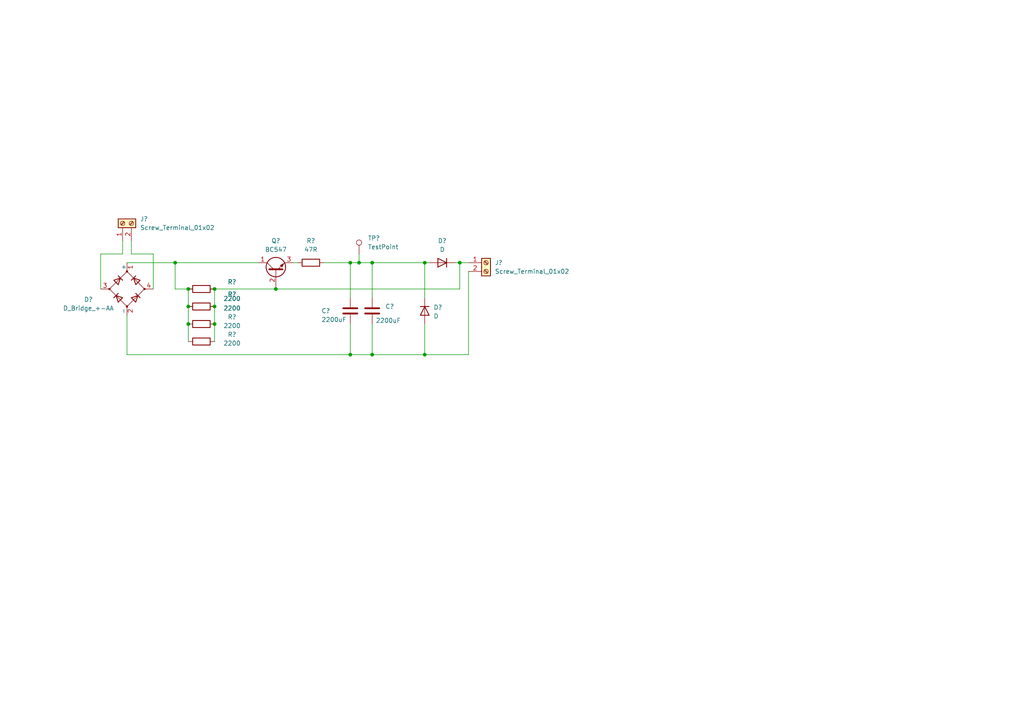
<source format=kicad_sch>
(kicad_sch (version 20231120) (generator "eeschema") (generator_version "8.0")
  (paper "A4")
  (lib_symbols
    (symbol "Connector:Screw_Terminal_01x02" (pin_names (offset 1.016) hide)
      (property "Reference" "J" (at 0 2.54 0))
      (property "Value" "Screw_Terminal_01x02" (at 0 -5.08 0))
      (symbol "Screw_Terminal_01x02_1_1"
        (rectangle (start -1.27 1.27) (end 1.27 -3.81) (stroke (width 0.254)) (fill (type background)))
        (circle (center 0 -2.54) (radius 0.635) (stroke (width 0.1524)))
        (polyline (pts (xy -0.5334 -2.2098) (xy 0.3302 -3.048)) (stroke (width 0.1524)))
        (polyline (pts (xy -0.5334 0.3302) (xy 0.3302 -0.508)) (stroke (width 0.1524)))
        (polyline (pts (xy -0.3556 -2.032) (xy 0.508 -2.8702)) (stroke (width 0.1524)))
        (polyline (pts (xy -0.3556 0.508) (xy 0.508 -0.3302)) (stroke (width 0.1524)))
        (circle (center 0 0) (radius 0.635) (stroke (width 0.1524)))
        (pin passive line (at -5.08 0 0) (length 3.81) (name "Pin_1") (number "1"))
        (pin passive line (at -5.08 -2.54 0) (length 3.81) (name "Pin_2") (number "2"))
      )
    )
    (symbol "Connector:TestPoint" (pin_numbers hide) (pin_names (offset 0.762) hide)
      (property "Reference" "TP" (at 0 6.858 0))
      (property "Value" "TestPoint" (at 0 5.08 0))
      (symbol "TestPoint_0_1"
        (circle (center 0 3.302) (radius 0.762))
      )
      (symbol "TestPoint_1_1"
        (pin passive line (at 0 0 90) (length 2.54) (name "1") (number "1"))
      )
    )
    (symbol "Device:C" (pin_numbers hide) (pin_names (offset 0.254))
      (property "Reference" "C" (at 0.635 2.54 0))
      (property "Value" "C" (at 0.635 -2.54 0))
      (symbol "C_0_1"
        (polyline (pts (xy -2.032 -0.762) (xy 2.032 -0.762)) (stroke (width 0.508)))
        (polyline (pts (xy -2.032 0.762) (xy 2.032 0.762)) (stroke (width 0.508)))
      )
      (symbol "C_1_1"
        (pin passive line (at 0 3.81 270) (length 2.794) (name "~") (number "1"))
        (pin passive line (at 0 -3.81 90) (length 2.794) (name "~") (number "2"))
      )
    )
    (symbol "Device:D" (pin_numbers hide) (pin_names (offset 1.016) hide)
      (property "Reference" "D" (at 0 2.54 0))
      (property "Value" "D" (at 0 -2.54 0))
      (symbol "D_0_1"
        (polyline (pts (xy -1.27 1.27) (xy -1.27 -1.27)) (stroke (width 0.254)))
        (polyline (pts (xy 1.27 0) (xy -1.27 0)))
        (polyline (pts (xy 1.27 1.27) (xy 1.27 -1.27) (xy -1.27 0) (xy 1.27 1.27)) (stroke (width 0.254)))
      )
      (symbol "D_1_1"
        (pin passive line (at -3.81 0 0) (length 2.54) (name "K") (number "1"))
        (pin passive line (at 3.81 0 180) (length 2.54) (name "A") (number "2"))
      )
    )
    (symbol "Device:D_Bridge_+-AA" (pin_names (offset 0))
      (property "Reference" "D" (at 2.54 6.985 0))
      (property "Value" "D_Bridge_+-AA" (at 2.54 5.08 0))
      (symbol "D_Bridge_+-AA_0_1"
        (circle (center -5.08 0) (radius 0.254) (fill (type outline)))
        (circle (center 0 -5.08) (radius 0.254) (fill (type outline)))
        (polyline (pts (xy -2.54 3.81) (xy -1.27 2.54)) (stroke (width 0.254)))
        (polyline (pts (xy -1.27 -2.54) (xy -2.54 -3.81)) (stroke (width 0.254)))
        (polyline (pts (xy 2.54 -1.27) (xy 3.81 -2.54)) (stroke (width 0.254)))
        (polyline (pts (xy 2.54 1.27) (xy 3.81 2.54)) (stroke (width 0.254)))
        (polyline (pts (xy -3.81 2.54) (xy -2.54 1.27) (xy -1.905 3.175) (xy -3.81 2.54)) (stroke (width 0.254)))
        (polyline (pts (xy -2.54 -1.27) (xy -3.81 -2.54) (xy -1.905 -3.175) (xy -2.54 -1.27)) (stroke (width 0.254)))
        (polyline (pts (xy 1.27 2.54) (xy 2.54 3.81) (xy 3.175 1.905) (xy 1.27 2.54)) (stroke (width 0.254)))
        (polyline (pts (xy 3.175 -1.905) (xy 1.27 -2.54) (xy 2.54 -3.81) (xy 3.175 -1.905)) (stroke (width 0.254)))
        (polyline (pts (xy -5.08 0) (xy 0 -5.08) (xy 5.08 0) (xy 0 5.08) (xy -5.08 0)))
        (circle (center 0 5.08) (radius 0.254) (fill (type outline)))
        (circle (center 5.08 0) (radius 0.254) (fill (type outline)))
      )
      (symbol "D_Bridge_+-AA_1_1"
        (pin passive line (at 7.62 0 180) (length 2.54) (name "+") (number "1"))
        (pin passive line (at -7.62 0 0) (length 2.54) (name "-") (number "2"))
        (pin passive line (at 0 7.62 270) (length 2.54) (name "~") (number "3"))
        (pin passive line (at 0 -7.62 90) (length 2.54) (name "~") (number "4"))
      )
    )
    (symbol "Device:R" (pin_numbers hide) (pin_names (offset 0))
      (property "Reference" "R" (at 2.032 0 90))
      (property "Value" "R" (at 0 0 90))
      (symbol "R_0_1"
        (rectangle (start -1.016 -2.54) (end 1.016 2.54) (stroke (width 0.254)))
      )
      (symbol "R_1_1"
        (pin passive line (at 0 3.81 270) (length 1.27) (name "~") (number "1"))
        (pin passive line (at 0 -3.81 90) (length 1.27) (name "~") (number "2"))
      )
    )
    (symbol "Transistor_BJT:BC547" (pin_names (offset 0) hide)
      (property "Reference" "Q" (at 5.08 1.905 0))
      (property "Value" "BC547" (at 5.08 0 0))
      (symbol "BC547_0_1"
        (polyline (pts (xy 0 0) (xy 0.635 0)))
        (polyline (pts (xy 0.635 0.635) (xy 2.54 2.54)))
        (polyline (pts (xy 0.635 -0.635) (xy 2.54 -2.54) (xy 2.54 -2.54)))
        (polyline (pts (xy 0.635 1.905) (xy 0.635 -1.905) (xy 0.635 -1.905)) (stroke (width 0.508)))
        (polyline (pts (xy 1.27 -1.778) (xy 1.778 -1.27) (xy 2.286 -2.286) (xy 1.27 -1.778) (xy 1.27 -1.778)) (fill (type outline)))
        (circle (center 1.27 0) (radius 2.8194) (stroke (width 0.254)))
      )
      (symbol "BC547_1_1"
        (pin passive line (at 2.54 5.08 270) (length 2.54) (name "C") (number "1"))
        (pin input line (at -5.08 0 0) (length 5.08) (name "B") (number "2"))
        (pin passive line (at 2.54 -5.08 90) (length 2.54) (name "E") (number "3"))
      )
    )
  )
  (junction (at 101.6 76.2))
  (junction (at 62.23 88.9))
  (junction (at 107.95 102.87))
  (junction (at 123.19 76.2))
  (junction (at 54.61 93.98))
  (junction (at 50.8 76.2))
  (junction (at 54.61 88.9))
  (junction (at 104.14 76.2))
  (junction (at 133.35 76.2))
  (junction (at 80.01 83.82))
  (junction (at 107.95 76.2))
  (junction (at 62.23 93.98))
  (junction (at 62.23 83.82))
  (junction (at 101.6 102.87))
  (junction (at 54.61 83.82))
  (junction (at 123.19 102.87))
  (wire (pts (xy 107.95 102.87) (xy 101.6 102.87)))
  (wire (pts (xy 35.56 73.66) (xy 29.21 73.66)))
  (wire (pts (xy 54.61 88.9) (xy 54.61 93.98)))
  (wire (pts (xy 135.89 78.74) (xy 135.89 102.87)))
  (wire (pts (xy 104.14 76.2) (xy 107.95 76.2)))
  (wire (pts (xy 101.6 93.98) (xy 101.6 102.87)))
  (wire (pts (xy 123.19 102.87) (xy 107.95 102.87)))
  (wire (pts (xy 54.61 93.98) (xy 54.61 99.06)))
  (wire (pts (xy 107.95 76.2) (xy 123.19 76.2)))
  (wire (pts (xy 80.01 83.82) (xy 133.35 83.82)))
  (wire (pts (xy 54.61 83.82) (xy 54.61 88.9)))
  (wire (pts (xy 123.19 93.98) (xy 123.19 102.87)))
  (wire (pts (xy 123.19 86.36) (xy 123.19 76.2)))
  (wire (pts (xy 62.23 99.06) (xy 62.23 93.98)))
  (wire (pts (xy 36.83 91.44) (xy 36.83 102.87)))
  (wire (pts (xy 62.23 83.82) (xy 80.01 83.82)))
  (wire (pts (xy 133.35 83.82) (xy 133.35 76.2)))
  (wire (pts (xy 93.98 76.2) (xy 101.6 76.2)))
  (wire (pts (xy 135.89 102.87) (xy 123.19 102.87)))
  (wire (pts (xy 29.21 73.66) (xy 29.21 83.82)))
  (wire (pts (xy 62.23 93.98) (xy 62.23 88.9)))
  (wire (pts (xy 132.08 76.2) (xy 133.35 76.2)))
  (wire (pts (xy 104.14 73.66) (xy 104.14 76.2)))
  (wire (pts (xy 44.45 83.82) (xy 44.45 73.66)))
  (wire (pts (xy 62.23 83.82) (xy 62.23 88.9)))
  (wire (pts (xy 101.6 76.2) (xy 101.6 86.36)))
  (wire (pts (xy 107.95 93.98) (xy 107.95 102.87)))
  (wire (pts (xy 36.83 76.2) (xy 50.8 76.2)))
  (wire (pts (xy 44.45 73.66) (xy 38.1 73.66)))
  (wire (pts (xy 133.35 76.2) (xy 135.89 76.2)))
  (wire (pts (xy 85.09 76.2) (xy 86.36 76.2)))
  (wire (pts (xy 35.56 69.85) (xy 35.56 73.66)))
  (wire (pts (xy 50.8 76.2) (xy 74.93 76.2)))
  (wire (pts (xy 50.8 83.82) (xy 54.61 83.82)))
  (wire (pts (xy 38.1 73.66) (xy 38.1 69.85)))
  (wire (pts (xy 123.19 76.2) (xy 124.46 76.2)))
  (wire (pts (xy 36.83 102.87) (xy 101.6 102.87)))
  (wire (pts (xy 50.8 76.2) (xy 50.8 83.82)))
  (wire (pts (xy 107.95 76.2) (xy 107.95 86.36)))
  (wire (pts (xy 101.6 76.2) (xy 104.14 76.2)))
  (symbol (lib_id "Device:C") (at 107.95 90.17 0) (unit 1)
    (property "Reference" "C?" (at 111.76 88.8999 0) (effects (justify left)))
    (property "Value" "2200uF" (at 108.966 92.964 0) (effects (justify left)))
    (property "Description" "Unpolarized capacitor" (effects (hide yes)))
  )
  (symbol (lib_id "Device:R") (at 90.17 76.2 90) (unit 1)
    (property "Reference" "R?" (at 90.17 69.85 90))
    (property "Value" "47R" (at 90.17 72.39 90))
    (property "Description" "Resistor" (effects (hide yes)))
  )
  (symbol (lib_id "Device:R") (at 58.42 83.82 90) (unit 1)
    (property "Reference" "R?" (at 67.31 81.788 90))
    (property "Value" "2200" (at 67.31 86.614 90))
    (property "Description" "Resistor" (effects (hide yes)))
  )
  (symbol (lib_id "Device:D_Bridge_+-AA") (at 36.83 83.82 90) (unit 1)
    (property "Reference" "D?" (at 25.654 86.868 90))
    (property "Value" "D_Bridge_+-AA" (at 25.654 89.408 90))
    (property "Description" "Diode bridge, +ve/-ve/AC/AC" (effects (hide yes)))
  )
  (symbol (lib_id "Device:D") (at 128.27 76.2 180) (unit 1)
    (property "Reference" "D?" (at 128.27 69.85 0))
    (property "Value" "D" (at 128.27 72.39 0))
    (property "Description" "Diode" (effects (hide yes)))
    (property "Sim.Device" "D" (effects (hide yes)))
    (property "Sim.Pins" "1=K 2=A" (effects (hide yes)))
  )
  (symbol (lib_id "Connector:Screw_Terminal_01x02") (at 35.56 64.77 90) (unit 1)
    (property "Reference" "J?" (at 40.64 63.4999 90) (effects (justify right)))
    (property "Value" "Screw_Terminal_01x02" (at 40.64 66.0399 90) (effects (justify right)))
    (property "Description" "Generic screw terminal, single row, 01x02, script generated (kicad-library-utils/schlib/autogen/connector/)" (effects (hide yes)))
  )
  (symbol (lib_id "Device:R") (at 58.42 99.06 90) (unit 1)
    (property "Reference" "R?" (at 67.31 97.028 90))
    (property "Value" "2200" (at 67.31 99.568 90))
    (property "Description" "Resistor" (effects (hide yes)))
  )
  (symbol (lib_id "Device:C") (at 101.6 90.17 0) (unit 1)
    (property "Reference" "C?" (at 93.218 90.17 0) (effects (justify left)))
    (property "Value" "2200uF" (at 93.218 92.71 0) (effects (justify left)))
    (property "Description" "Unpolarized capacitor" (effects (hide yes)))
  )
  (symbol (lib_id "Device:D") (at 123.19 90.17 270) (unit 1)
    (property "Reference" "D?" (at 125.73 89.154 90) (effects (justify left)))
    (property "Value" "D" (at 125.73 91.694 90) (effects (justify left)))
    (property "Description" "Diode" (effects (hide yes)))
    (property "Sim.Device" "D" (effects (hide yes)))
    (property "Sim.Pins" "1=K 2=A" (effects (hide yes)))
  )
  (symbol (lib_id "Device:R") (at 58.42 93.98 90) (unit 1)
    (property "Reference" "R?" (at 67.31 91.948 90))
    (property "Value" "2200" (at 67.31 94.488 90))
    (property "Description" "Resistor" (effects (hide yes)))
  )
  (symbol (lib_id "Device:R") (at 58.42 88.9 90) (unit 1)
    (property "Reference" "R?" (at 67.31 85.344 90))
    (property "Value" "2200" (at 67.31 89.408 90))
    (property "Description" "Resistor" (effects (hide yes)))
  )
  (symbol (lib_id "Connector:TestPoint") (at 104.14 73.66 0) (unit 1)
    (property "Reference" "TP?" (at 106.68 69.0879 0) (effects (justify left)))
    (property "Value" "TestPoint" (at 106.68 71.6279 0) (effects (justify left)))
    (property "Description" "test point" (effects (hide yes)))
  )
  (symbol (lib_id "Transistor_BJT:BC547") (at 80.01 78.74 90) (unit 1)
    (property "Reference" "Q?" (at 80.01 69.85 90))
    (property "Value" "BC547" (at 80.01 72.39 90))
    (property "Footprint" "Package_TO_SOT_THT:TO-92_Inline" (effects (hide yes)))
    (property "Datasheet" "https://www.onsemi.com/pub/Collateral/BC550-D.pdf" (effects (hide yes)))
    (property "Description" "0.1A Ic, 45V Vce, Small Signal NPN Transistor, TO-92" (effects (hide yes)))
  )
  (symbol (lib_id "Connector:Screw_Terminal_01x02") (at 140.97 76.2 0) (unit 1)
    (property "Reference" "J?" (at 143.51 76.1999 0) (effects (justify left)))
    (property "Value" "Screw_Terminal_01x02" (at 143.51 78.7399 0) (effects (justify left)))
    (property "Description" "Generic screw terminal, single row, 01x02, script generated (kicad-library-utils/schlib/autogen/connector/)" (effects (hide yes)))
  )
)
</source>
